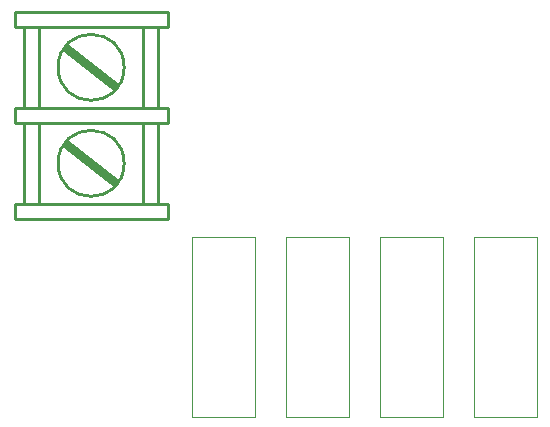
<source format=gbr>
G04 #@! TF.GenerationSoftware,KiCad,Pcbnew,(5.1.5)-3*
G04 #@! TF.CreationDate,2020-04-19T01:14:23-04:00*
G04 #@! TF.ProjectId,Pwr_Diff_Expansion,5077725f-4469-4666-965f-457870616e73,v1*
G04 #@! TF.SameCoordinates,Original*
G04 #@! TF.FileFunction,Other,ECO1*
%FSLAX46Y46*%
G04 Gerber Fmt 4.6, Leading zero omitted, Abs format (unit mm)*
G04 Created by KiCad (PCBNEW (5.1.5)-3) date 2020-04-19 01:14:23*
%MOMM*%
%LPD*%
G04 APERTURE LIST*
%ADD10C,0.254000*%
%ADD11C,0.050000*%
G04 APERTURE END LIST*
D10*
X81196039Y-130481800D02*
G75*
G03X81196039Y-130481800I-2795039J0D01*
G01*
X80712400Y-132005800D02*
X76343600Y-128576800D01*
X80585400Y-132209000D02*
X76216600Y-128780000D01*
X80433000Y-132412200D02*
X76064200Y-128983200D01*
X80433000Y-124284200D02*
X76064200Y-120855200D01*
X80585400Y-124081000D02*
X76216600Y-120652000D01*
X80712400Y-123877800D02*
X76343600Y-120448800D01*
X81196039Y-122353800D02*
G75*
G03X81196039Y-122353800I-2795039J0D01*
G01*
X84065200Y-118924800D02*
X82795200Y-118924800D01*
X84065200Y-125782800D02*
X84065200Y-118924800D01*
X82795200Y-125782800D02*
X84065200Y-125782800D01*
X82795200Y-118924800D02*
X82795200Y-125782800D01*
X82795200Y-127052800D02*
X82795200Y-133910800D01*
X82795200Y-133910800D02*
X84065200Y-133910800D01*
X84065200Y-133910800D02*
X84065200Y-127052800D01*
X84065200Y-127052800D02*
X82795200Y-127052800D01*
X74006800Y-127052800D02*
X72736800Y-127052800D01*
X74006800Y-133910800D02*
X74006800Y-127052800D01*
X72736800Y-133910800D02*
X74006800Y-133910800D01*
X72736800Y-127052800D02*
X72736800Y-133910800D01*
X72736800Y-118924800D02*
X72736800Y-125782800D01*
X72736800Y-125782800D02*
X74006800Y-125782800D01*
X74006800Y-125782800D02*
X74006800Y-118924800D01*
X74006800Y-118924800D02*
X72736800Y-118924800D01*
X71924000Y-125782800D02*
X71924000Y-127052800D01*
X71924000Y-127052800D02*
X84878000Y-127052800D01*
X84878000Y-127052800D02*
X84878000Y-125782800D01*
X84878000Y-125782800D02*
X71924000Y-125782800D01*
X84878000Y-117654800D02*
X71924000Y-117654800D01*
X84878000Y-118924800D02*
X84878000Y-117654800D01*
X71924000Y-118924800D02*
X84878000Y-118924800D01*
X71924000Y-117654800D02*
X71924000Y-118924800D01*
X71924000Y-133910800D02*
X71924000Y-135180800D01*
X71924000Y-135180800D02*
X84878000Y-135180800D01*
X84878000Y-135180800D02*
X84878000Y-133910800D01*
X84878000Y-133910800D02*
X71924000Y-133910800D01*
D11*
X116151000Y-151917800D02*
X110851000Y-151917800D01*
X116151000Y-136717800D02*
X116151000Y-151917800D01*
X110851000Y-136717800D02*
X116151000Y-136717800D01*
X110851000Y-151917800D02*
X110851000Y-136717800D01*
X108184332Y-151917800D02*
X102884332Y-151917800D01*
X108184332Y-136717800D02*
X108184332Y-151917800D01*
X102884332Y-136717800D02*
X108184332Y-136717800D01*
X102884332Y-151917800D02*
X102884332Y-136717800D01*
X92251000Y-151917800D02*
X86951000Y-151917800D01*
X92251000Y-136717800D02*
X92251000Y-151917800D01*
X86951000Y-136717800D02*
X92251000Y-136717800D01*
X86951000Y-151917800D02*
X86951000Y-136717800D01*
X100217666Y-151917800D02*
X94917666Y-151917800D01*
X100217666Y-136717800D02*
X100217666Y-151917800D01*
X94917666Y-136717800D02*
X100217666Y-136717800D01*
X94917666Y-151917800D02*
X94917666Y-136717800D01*
M02*

</source>
